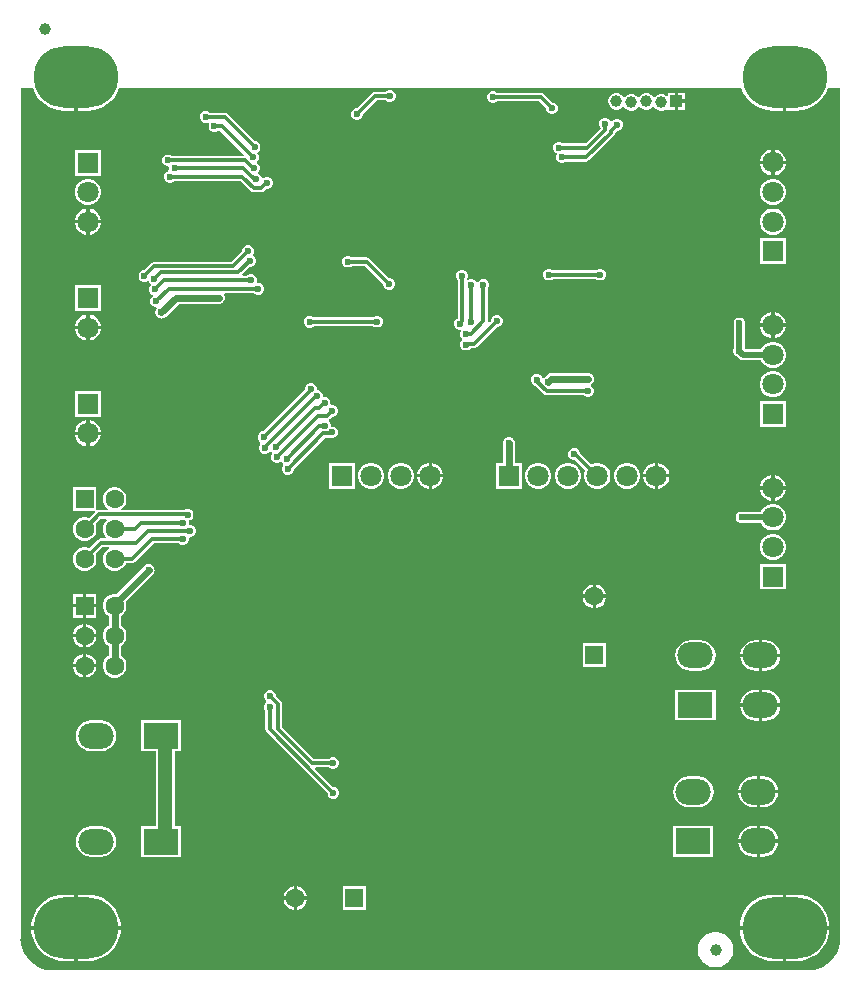
<source format=gbl>
G04*
G04 #@! TF.GenerationSoftware,Altium Limited,Altium Designer,21.8.1 (53)*
G04*
G04 Layer_Physical_Order=2*
G04 Layer_Color=16711680*
%FSLAX44Y44*%
%MOMM*%
G71*
G04*
G04 #@! TF.SameCoordinates,D16A5DDD-09C7-43D5-B036-B9B5DCE20735*
G04*
G04*
G04 #@! TF.FilePolarity,Positive*
G04*
G01*
G75*
%ADD14C,0.3000*%
%ADD51R,1.0000X1.0000*%
%ADD64C,0.6000*%
%ADD66C,1.2000*%
%ADD68C,0.5000*%
%ADD69O,3.0000X2.2000*%
%ADD70R,3.0000X2.2000*%
%ADD71C,1.0000*%
%ADD72O,7.2000X5.2000*%
%ADD73C,1.6000*%
%ADD74R,1.6000X1.6000*%
%ADD75C,1.8000*%
%ADD76R,1.8000X1.8000*%
%ADD77R,1.8000X1.8000*%
%ADD78R,1.6000X1.6000*%
%ADD79C,0.6000*%
G36*
X301500Y101913D02*
X310000D01*
X314394Y102259D01*
X318679Y103288D01*
X322751Y104975D01*
X326509Y107277D01*
X329860Y110140D01*
X332723Y113491D01*
X335025Y117249D01*
X336579Y121000D01*
X346941D01*
Y-599000D01*
X346952Y-599054D01*
X346624Y-603217D01*
X345637Y-607330D01*
X344018Y-611238D01*
X341808Y-614844D01*
X339061Y-618061D01*
X335844Y-620808D01*
X332238Y-623018D01*
X328330Y-624637D01*
X324217Y-625624D01*
X321244Y-625858D01*
X320000Y-625941D01*
X320000Y-625941D01*
X318746Y-625941D01*
X-320000D01*
X-320054Y-625952D01*
X-324217Y-625624D01*
X-328330Y-624637D01*
X-332238Y-623018D01*
X-335844Y-620808D01*
X-339061Y-618061D01*
X-341808Y-614844D01*
X-344018Y-611238D01*
X-345637Y-607330D01*
X-346624Y-603217D01*
X-346952Y-599054D01*
X-346941Y-599000D01*
Y121000D01*
X-336579D01*
X-335025Y117249D01*
X-332723Y113491D01*
X-329860Y110140D01*
X-326509Y107277D01*
X-322751Y104975D01*
X-318679Y103288D01*
X-314394Y102259D01*
X-310000Y101913D01*
X-301500D01*
Y130000D01*
X-298500D01*
Y101913D01*
X-290000D01*
X-285606Y102259D01*
X-281321Y103288D01*
X-277249Y104975D01*
X-273491Y107277D01*
X-270140Y110140D01*
X-267278Y113491D01*
X-264975Y117249D01*
X-263421Y121000D01*
X263421Y121000D01*
X264975Y117249D01*
X267278Y113491D01*
X270140Y110140D01*
X273491Y107277D01*
X277249Y104975D01*
X281321Y103288D01*
X285606Y102259D01*
X290000Y101913D01*
X298500D01*
Y130000D01*
X301500D01*
Y101913D01*
D02*
G37*
%LPC*%
G36*
X206899Y116850D02*
X201399D01*
Y114846D01*
X200129Y114320D01*
X199997Y114452D01*
X198401Y115373D01*
X196621Y115850D01*
X194778D01*
X192997Y115373D01*
X191401Y114452D01*
X190444Y113495D01*
X189210Y113500D01*
X188905Y113622D01*
X188601Y114148D01*
X187297Y115452D01*
X185701Y116373D01*
X183921Y116850D01*
X182078D01*
X180297Y116373D01*
X178701Y115452D01*
X177398Y114148D01*
X177094Y113622D01*
X176788Y113500D01*
X175554Y113495D01*
X174597Y114452D01*
X173001Y115373D01*
X171221Y115850D01*
X169378D01*
X167597Y115373D01*
X166001Y114452D01*
X165044Y113495D01*
X163810Y113500D01*
X163505Y113622D01*
X163201Y114148D01*
X161897Y115452D01*
X160301Y116373D01*
X158521Y116850D01*
X156678D01*
X154897Y116373D01*
X153301Y115452D01*
X151998Y114148D01*
X151076Y112552D01*
X150599Y110772D01*
Y108929D01*
X151076Y107148D01*
X151998Y105552D01*
X153301Y104249D01*
X154897Y103327D01*
X156678Y102850D01*
X158521D01*
X160301Y103327D01*
X161897Y104249D01*
X162854Y105206D01*
X164088Y105200D01*
X164394Y105079D01*
X164698Y104552D01*
X166001Y103249D01*
X167597Y102327D01*
X169378Y101850D01*
X171221D01*
X173001Y102327D01*
X174597Y103249D01*
X175901Y104552D01*
X176205Y105079D01*
X176510Y105200D01*
X177744Y105206D01*
X178701Y104249D01*
X180297Y103327D01*
X182078Y102850D01*
X183921D01*
X185701Y103327D01*
X187297Y104249D01*
X188254Y105206D01*
X189488Y105200D01*
X189794Y105079D01*
X190098Y104552D01*
X191401Y103249D01*
X192997Y102327D01*
X194778Y101850D01*
X196621D01*
X198401Y102327D01*
X199997Y103249D01*
X200129Y103381D01*
X201399Y102855D01*
Y102850D01*
X206899D01*
Y109850D01*
Y116850D01*
D02*
G37*
G36*
X215399D02*
X209899D01*
Y111350D01*
X215399D01*
Y116850D01*
D02*
G37*
G36*
X-33256Y119100D02*
X-35245D01*
X-37083Y118339D01*
X-37753Y117669D01*
X-46751D01*
X-48116Y117397D01*
X-49274Y116624D01*
X-62048Y103850D01*
X-62995D01*
X-64833Y103089D01*
X-66240Y101683D01*
X-67001Y99845D01*
Y97856D01*
X-66240Y96018D01*
X-64833Y94611D01*
X-62995Y93850D01*
X-61006D01*
X-59169Y94611D01*
X-57762Y96018D01*
X-57001Y97856D01*
Y98804D01*
X-45273Y110532D01*
X-37753D01*
X-37083Y109861D01*
X-35245Y109100D01*
X-33256D01*
X-31418Y109861D01*
X-30012Y111268D01*
X-29251Y113106D01*
Y115095D01*
X-30012Y116932D01*
X-31418Y118339D01*
X-33256Y119100D01*
D02*
G37*
G36*
X215399Y108350D02*
X209899D01*
Y102850D01*
X215399D01*
Y108350D01*
D02*
G37*
G36*
X53994Y118350D02*
X52005D01*
X50167Y117589D01*
X48760Y116182D01*
X47999Y114345D01*
Y112356D01*
X48760Y110518D01*
X50167Y109111D01*
X52005Y108350D01*
X53994D01*
X55831Y109111D01*
X56502Y109782D01*
X87327D01*
X87328Y109782D01*
X91963D01*
X98029Y103716D01*
Y102768D01*
X98791Y100930D01*
X100197Y99524D01*
X102035Y98762D01*
X104024D01*
X105862Y99524D01*
X107268Y100930D01*
X108029Y102768D01*
Y104757D01*
X107268Y106595D01*
X105862Y108001D01*
X104024Y108762D01*
X103076D01*
X95965Y115874D01*
X94807Y116647D01*
X93442Y116919D01*
X87328D01*
X87328Y116919D01*
X56502D01*
X55831Y117589D01*
X53994Y118350D01*
D02*
G37*
G36*
X148744Y95850D02*
X146755D01*
X144917Y95089D01*
X143510Y93682D01*
X142749Y91845D01*
Y89856D01*
X143510Y88018D01*
X144181Y87348D01*
Y86899D01*
X131450Y74169D01*
X112752D01*
X112081Y74839D01*
X110244Y75600D01*
X108255D01*
X106417Y74839D01*
X105010Y73432D01*
X104249Y71595D01*
Y69606D01*
X105010Y67768D01*
X106417Y66361D01*
X107077Y66088D01*
X107260Y65164D01*
X106499Y63326D01*
Y61337D01*
X107260Y59499D01*
X108667Y58093D01*
X110505Y57331D01*
X112494D01*
X114332Y58093D01*
X115002Y58763D01*
X131730D01*
X133096Y59035D01*
X134254Y59808D01*
X155273Y80827D01*
X156046Y81985D01*
X156300Y83261D01*
X158128Y85089D01*
X159076D01*
X160914Y85850D01*
X162320Y87257D01*
X163081Y89094D01*
Y91084D01*
X162320Y92921D01*
X160914Y94328D01*
X159076Y95089D01*
X157087D01*
X155249Y94328D01*
X153843Y92921D01*
X153760Y92722D01*
X152386D01*
X151988Y93682D01*
X150582Y95089D01*
X148744Y95850D01*
D02*
G37*
G36*
X-189256Y101750D02*
X-191245D01*
X-193083Y100989D01*
X-194490Y99583D01*
X-195251Y97745D01*
Y95756D01*
X-194490Y93918D01*
X-193083Y92511D01*
X-191245Y91750D01*
X-189256D01*
X-188271Y92158D01*
X-187299Y91186D01*
X-187751Y90095D01*
Y88106D01*
X-186990Y86268D01*
X-185583Y84861D01*
X-183745Y84100D01*
X-181756D01*
X-179918Y84861D01*
X-179822Y84958D01*
X-177963D01*
X-157593Y64589D01*
X-158120Y63319D01*
X-218649D01*
X-219319Y63989D01*
X-221157Y64750D01*
X-223146D01*
X-224984Y63989D01*
X-226390Y62582D01*
X-227151Y60745D01*
Y58755D01*
X-226390Y56918D01*
X-224984Y55511D01*
X-223146Y54750D01*
X-222415D01*
X-221250Y54244D01*
Y52255D01*
X-221216Y52173D01*
X-222015Y50784D01*
X-223332Y50239D01*
X-224739Y48832D01*
X-225500Y46995D01*
Y45005D01*
X-224739Y43168D01*
X-223332Y41761D01*
X-221495Y41000D01*
X-219505D01*
X-217668Y41761D01*
X-216998Y42431D01*
X-160504D01*
X-152149Y34077D01*
X-150991Y33303D01*
X-149626Y33032D01*
X-143313D01*
X-141947Y33303D01*
X-140789Y34077D01*
X-139016Y35850D01*
X-137256D01*
X-135419Y36611D01*
X-134012Y38018D01*
X-133251Y39856D01*
Y41845D01*
X-134012Y43682D01*
X-135419Y45089D01*
X-137256Y45850D01*
X-139245D01*
X-141083Y45089D01*
X-141350Y44822D01*
X-141589Y44809D01*
X-142774Y45194D01*
X-143353Y46591D01*
X-144760Y47998D01*
X-145627Y48357D01*
X-145925Y49855D01*
X-145166Y50614D01*
X-144405Y52452D01*
Y54441D01*
X-145166Y56279D01*
X-146379Y57492D01*
X-146572Y57685D01*
X-146500Y59030D01*
X-146041Y59489D01*
X-145280Y61327D01*
Y63316D01*
X-146041Y65154D01*
X-146404Y65517D01*
X-146157Y66763D01*
X-145919Y66861D01*
X-144512Y68268D01*
X-143751Y70106D01*
Y72095D01*
X-144512Y73932D01*
X-145919Y75339D01*
X-147756Y76100D01*
X-148704D01*
X-171478Y98874D01*
X-172635Y99647D01*
X-174001Y99919D01*
X-186348D01*
X-187418Y100989D01*
X-189256Y101750D01*
D02*
G37*
G36*
X291500Y68986D02*
Y59500D01*
X300986D01*
X300250Y62246D01*
X298802Y64754D01*
X296754Y66802D01*
X294246Y68250D01*
X291500Y68986D01*
D02*
G37*
G36*
X288500Y68986D02*
X285754Y68250D01*
X283246Y66802D01*
X281198Y64754D01*
X279750Y62246D01*
X279014Y59500D01*
X288500D01*
Y68986D01*
D02*
G37*
G36*
Y56500D02*
X279014D01*
X279750Y53754D01*
X281198Y51246D01*
X283246Y49198D01*
X285754Y47750D01*
X288500Y47014D01*
Y56500D01*
D02*
G37*
G36*
X300986D02*
X291500D01*
Y47014D01*
X294246Y47750D01*
X296754Y49198D01*
X298802Y51246D01*
X300250Y53754D01*
X300986Y56500D01*
D02*
G37*
G36*
X-279000Y68975D02*
X-301000D01*
Y46975D01*
X-279000D01*
Y68975D01*
D02*
G37*
G36*
X291448Y44000D02*
X288552D01*
X285754Y43250D01*
X283246Y41802D01*
X281198Y39754D01*
X279750Y37246D01*
X279000Y34448D01*
Y31552D01*
X279750Y28754D01*
X281198Y26246D01*
X283246Y24198D01*
X285754Y22750D01*
X288552Y22000D01*
X291448D01*
X294246Y22750D01*
X296754Y24198D01*
X298802Y26246D01*
X300250Y28754D01*
X301000Y31552D01*
Y34448D01*
X300250Y37246D01*
X298802Y39754D01*
X296754Y41802D01*
X294246Y43250D01*
X291448Y44000D01*
D02*
G37*
G36*
X-288552Y43975D02*
X-291448D01*
X-294246Y43225D01*
X-296754Y41777D01*
X-298802Y39729D01*
X-300250Y37221D01*
X-301000Y34423D01*
Y31527D01*
X-300250Y28729D01*
X-298802Y26221D01*
X-296754Y24173D01*
X-294246Y22725D01*
X-291448Y21975D01*
X-288552D01*
X-285754Y22725D01*
X-283246Y24173D01*
X-281198Y26221D01*
X-279750Y28729D01*
X-279000Y31527D01*
Y34423D01*
X-279750Y37221D01*
X-281198Y39729D01*
X-283246Y41777D01*
X-285754Y43225D01*
X-288552Y43975D01*
D02*
G37*
G36*
X-288500Y18961D02*
Y9475D01*
X-279014D01*
X-279750Y12221D01*
X-281198Y14729D01*
X-283246Y16777D01*
X-285754Y18226D01*
X-288500Y18961D01*
D02*
G37*
G36*
X-291500Y18961D02*
X-294246Y18226D01*
X-296754Y16777D01*
X-298802Y14729D01*
X-300250Y12221D01*
X-300986Y9475D01*
X-291500D01*
Y18961D01*
D02*
G37*
G36*
X291448Y19000D02*
X288552D01*
X285754Y18250D01*
X283246Y16802D01*
X281198Y14754D01*
X279750Y12246D01*
X279000Y9448D01*
Y6552D01*
X279750Y3754D01*
X281198Y1246D01*
X283246Y-802D01*
X285754Y-2250D01*
X288552Y-3000D01*
X291448D01*
X294246Y-2250D01*
X296754Y-802D01*
X298802Y1246D01*
X300250Y3754D01*
X301000Y6552D01*
Y9448D01*
X300250Y12246D01*
X298802Y14754D01*
X296754Y16802D01*
X294246Y18250D01*
X291448Y19000D01*
D02*
G37*
G36*
X-279014Y6475D02*
X-288500D01*
Y-3011D01*
X-285754Y-2275D01*
X-283246Y-827D01*
X-281198Y1221D01*
X-279750Y3729D01*
X-279014Y6475D01*
D02*
G37*
G36*
X-291500D02*
X-300986D01*
X-300250Y3729D01*
X-298802Y1221D01*
X-296754Y-827D01*
X-294246Y-2275D01*
X-291500Y-3011D01*
Y6475D01*
D02*
G37*
G36*
X301000Y-6000D02*
X279000D01*
Y-28000D01*
X301000D01*
Y-6000D01*
D02*
G37*
G36*
X144494Y-31900D02*
X142505D01*
X140667Y-32661D01*
X139997Y-33331D01*
X103752D01*
X103082Y-32661D01*
X101244Y-31900D01*
X99255D01*
X97417Y-32661D01*
X96010Y-34067D01*
X95249Y-35905D01*
Y-37894D01*
X96010Y-39732D01*
X97417Y-41139D01*
X99255Y-41900D01*
X101244D01*
X103082Y-41139D01*
X103752Y-40468D01*
X139997D01*
X140667Y-41139D01*
X142505Y-41900D01*
X144494D01*
X146332Y-41139D01*
X147738Y-39732D01*
X148499Y-37894D01*
Y-35905D01*
X147738Y-34067D01*
X146332Y-32661D01*
X144494Y-31900D01*
D02*
G37*
G36*
X-68506Y-20900D02*
X-70495D01*
X-72333Y-21661D01*
X-73740Y-23068D01*
X-74501Y-24905D01*
Y-26894D01*
X-73740Y-28732D01*
X-72333Y-30139D01*
X-70495Y-30900D01*
X-68506D01*
X-66669Y-30139D01*
X-65998Y-29468D01*
X-55229D01*
X-39751Y-44946D01*
Y-45644D01*
X-38990Y-47482D01*
X-37583Y-48889D01*
X-35745Y-49650D01*
X-33756D01*
X-31918Y-48889D01*
X-30512Y-47482D01*
X-29751Y-45644D01*
Y-43655D01*
X-30512Y-41817D01*
X-31918Y-40411D01*
X-33756Y-39650D01*
X-34954D01*
X-51227Y-23376D01*
X-52385Y-22603D01*
X-53751Y-22331D01*
X-65998D01*
X-66669Y-21661D01*
X-68506Y-20900D01*
D02*
G37*
G36*
X-153320Y-12266D02*
X-155309D01*
X-157146Y-13028D01*
X-158553Y-14434D01*
X-159314Y-16272D01*
Y-17220D01*
X-168526Y-26431D01*
X-234000D01*
X-235366Y-26703D01*
X-236523Y-27477D01*
X-242047Y-33000D01*
X-242995D01*
X-244832Y-33761D01*
X-246239Y-35168D01*
X-247000Y-37005D01*
Y-38995D01*
X-246239Y-40832D01*
X-244832Y-42239D01*
X-242995Y-43000D01*
X-241005D01*
X-239168Y-42239D01*
X-238377Y-42396D01*
X-237989Y-43332D01*
X-236901Y-44420D01*
X-236584Y-44746D01*
X-236831Y-46010D01*
X-237489Y-46668D01*
X-238250Y-48505D01*
Y-50495D01*
X-237489Y-52332D01*
X-236082Y-53739D01*
X-235279Y-54072D01*
X-235139Y-54444D01*
X-235094Y-55523D01*
X-236239Y-56668D01*
X-237000Y-58505D01*
Y-60495D01*
X-236239Y-62332D01*
X-234832Y-63739D01*
X-232995Y-64500D01*
X-232254D01*
X-232041Y-64711D01*
X-231640Y-65819D01*
X-231989Y-66168D01*
X-232181Y-66632D01*
X-232460Y-67049D01*
X-232558Y-67542D01*
X-232750Y-68005D01*
Y-68507D01*
X-232848Y-69000D01*
X-232750Y-69493D01*
Y-69995D01*
X-232558Y-70458D01*
X-232460Y-70951D01*
X-232181Y-71368D01*
X-231989Y-71832D01*
X-231634Y-72187D01*
X-231355Y-72605D01*
X-230937Y-72884D01*
X-230582Y-73239D01*
X-230118Y-73431D01*
X-229701Y-73710D01*
X-229208Y-73808D01*
X-228745Y-74000D01*
X-228242D01*
X-227750Y-74098D01*
X-227257Y-74000D01*
X-226755D01*
X-226292Y-73808D01*
X-225799Y-73710D01*
X-225382Y-73431D01*
X-224918Y-73239D01*
X-224563Y-72884D01*
X-224145Y-72605D01*
X-213138Y-61598D01*
X-179000D01*
X-178508Y-61500D01*
X-178006D01*
X-177542Y-61308D01*
X-177049Y-61210D01*
X-176632Y-60931D01*
X-176168Y-60739D01*
X-175813Y-60384D01*
X-175395Y-60105D01*
X-175117Y-59687D01*
X-174761Y-59332D01*
X-174569Y-58868D01*
X-174290Y-58451D01*
X-174192Y-57958D01*
X-174000Y-57494D01*
Y-56992D01*
X-173902Y-56500D01*
X-174000Y-56007D01*
Y-55505D01*
X-174192Y-55041D01*
X-174290Y-54549D01*
X-174569Y-54131D01*
X-174695Y-53828D01*
X-174431Y-53133D01*
X-174075Y-52558D01*
X-148998D01*
X-148328Y-53228D01*
X-146490Y-53989D01*
X-144501D01*
X-142664Y-53228D01*
X-141257Y-51821D01*
X-140496Y-49984D01*
Y-47994D01*
X-141257Y-46157D01*
X-142664Y-44750D01*
X-144501Y-43989D01*
X-146280D01*
X-146875Y-43413D01*
X-147209Y-42912D01*
X-146996Y-42397D01*
Y-40408D01*
X-147757Y-38571D01*
X-149164Y-37164D01*
X-151001Y-36403D01*
X-152991D01*
X-154828Y-37164D01*
X-155498Y-37834D01*
X-158556D01*
X-159082Y-36564D01*
X-152767Y-30250D01*
X-151819D01*
X-149982Y-29489D01*
X-148575Y-28082D01*
X-147814Y-26244D01*
Y-24255D01*
X-148575Y-22418D01*
X-149982Y-21011D01*
X-150149Y-20172D01*
X-150075Y-20099D01*
X-149314Y-18261D01*
Y-16272D01*
X-150075Y-14434D01*
X-151482Y-13028D01*
X-153320Y-12266D01*
D02*
G37*
G36*
X-279000Y-45712D02*
X-301000D01*
Y-67712D01*
X-279000D01*
Y-45712D01*
D02*
G37*
G36*
X-44256Y-71650D02*
X-46245D01*
X-48083Y-72411D01*
X-48878Y-73206D01*
X-98623D01*
X-99293Y-72536D01*
X-101131Y-71775D01*
X-103120D01*
X-104958Y-72536D01*
X-106365Y-73942D01*
X-107126Y-75780D01*
Y-77769D01*
X-106365Y-79607D01*
X-104958Y-81014D01*
X-103120Y-81775D01*
X-101131D01*
X-99293Y-81014D01*
X-98623Y-80343D01*
X-48628D01*
X-48083Y-80889D01*
X-46245Y-81650D01*
X-44256D01*
X-42418Y-80889D01*
X-41012Y-79482D01*
X-40251Y-77644D01*
Y-75655D01*
X-41012Y-73818D01*
X-42418Y-72411D01*
X-44256Y-71650D01*
D02*
G37*
G36*
X291500Y-68776D02*
Y-78262D01*
X300986D01*
X300250Y-75517D01*
X298802Y-73008D01*
X296754Y-70960D01*
X294246Y-69512D01*
X291500Y-68776D01*
D02*
G37*
G36*
X288500D02*
X285754Y-69512D01*
X283246Y-70960D01*
X281198Y-73008D01*
X279750Y-75517D01*
X279014Y-78262D01*
X288500D01*
Y-68776D01*
D02*
G37*
G36*
X-288500Y-70726D02*
Y-80212D01*
X-279014D01*
X-279750Y-77467D01*
X-281198Y-74958D01*
X-283246Y-72910D01*
X-285754Y-71462D01*
X-288500Y-70726D01*
D02*
G37*
G36*
X-291500Y-70726D02*
X-294246Y-71462D01*
X-296754Y-72910D01*
X-298802Y-74958D01*
X-300250Y-77467D01*
X-300986Y-80212D01*
X-291500D01*
Y-70726D01*
D02*
G37*
G36*
X300986Y-81262D02*
X291500D01*
Y-90749D01*
X294246Y-90013D01*
X296754Y-88565D01*
X298802Y-86517D01*
X300250Y-84008D01*
X300986Y-81262D01*
D02*
G37*
G36*
X288500D02*
X279014D01*
X279750Y-84008D01*
X281198Y-86517D01*
X283246Y-88565D01*
X285754Y-90013D01*
X288500Y-90749D01*
Y-81262D01*
D02*
G37*
G36*
X-291500Y-83212D02*
X-300986D01*
X-300250Y-85958D01*
X-298802Y-88466D01*
X-296754Y-90514D01*
X-294246Y-91963D01*
X-291500Y-92698D01*
Y-83212D01*
D02*
G37*
G36*
X-279014D02*
X-288500D01*
Y-92698D01*
X-285754Y-91963D01*
X-283246Y-90514D01*
X-281198Y-88466D01*
X-279750Y-85958D01*
X-279014Y-83212D01*
D02*
G37*
G36*
X27994Y-32900D02*
X26005D01*
X24167Y-33661D01*
X22760Y-35068D01*
X21999Y-36905D01*
Y-38894D01*
X22760Y-40732D01*
X23431Y-41402D01*
Y-73845D01*
X22667Y-74161D01*
X21260Y-75567D01*
X20499Y-77405D01*
Y-79394D01*
X21260Y-81232D01*
X22667Y-82639D01*
X24505Y-83400D01*
X25632D01*
X26031Y-84141D01*
X26218Y-84670D01*
X25499Y-86405D01*
Y-88394D01*
X26260Y-90232D01*
X26741Y-90713D01*
X27167Y-91911D01*
X26723Y-92354D01*
X25760Y-93317D01*
X24999Y-95155D01*
Y-97144D01*
X25760Y-98982D01*
X27167Y-100389D01*
X29005Y-101150D01*
X30994D01*
X32831Y-100389D01*
X34076Y-99144D01*
X36873D01*
X38239Y-98873D01*
X39397Y-98099D01*
X56296Y-81200D01*
X57244D01*
X59082Y-80439D01*
X60488Y-79032D01*
X61249Y-77194D01*
Y-75205D01*
X60488Y-73368D01*
X59082Y-71961D01*
X57244Y-71200D01*
X55255D01*
X53417Y-71961D01*
X52010Y-73368D01*
X51249Y-75205D01*
Y-76153D01*
X49931Y-77471D01*
X49594Y-77441D01*
X48568Y-76092D01*
Y-49302D01*
X49238Y-48632D01*
X49999Y-46794D01*
Y-44805D01*
X49238Y-42968D01*
X47832Y-41561D01*
X45994Y-40800D01*
X44005D01*
X42167Y-41561D01*
X40760Y-42968D01*
X40561Y-43448D01*
X39187D01*
X38988Y-42968D01*
X37582Y-41561D01*
X35744Y-40800D01*
X33755D01*
X32216Y-41437D01*
X32076Y-41336D01*
X31345Y-40473D01*
X31999Y-38894D01*
Y-36905D01*
X31238Y-35068D01*
X29832Y-33661D01*
X27994Y-32900D01*
D02*
G37*
G36*
X262745Y-73250D02*
X260755D01*
X258918Y-74011D01*
X257511Y-75418D01*
X256750Y-77255D01*
Y-79245D01*
X257037Y-79937D01*
Y-99209D01*
X256500Y-100505D01*
Y-102495D01*
X257261Y-104332D01*
X258668Y-105739D01*
X260124Y-106342D01*
X261789Y-108007D01*
X263277Y-109001D01*
X265033Y-109351D01*
X279947D01*
X281198Y-111517D01*
X283246Y-113565D01*
X285754Y-115013D01*
X288552Y-115762D01*
X291448D01*
X294246Y-115013D01*
X296754Y-113565D01*
X298802Y-111517D01*
X300250Y-109008D01*
X301000Y-106211D01*
Y-103314D01*
X300250Y-100517D01*
X298802Y-98008D01*
X296754Y-95960D01*
X294246Y-94512D01*
X291448Y-93762D01*
X288552D01*
X285754Y-94512D01*
X283246Y-95960D01*
X281198Y-98008D01*
X279947Y-100174D01*
X266933D01*
X266213Y-99454D01*
Y-80541D01*
X266750Y-79245D01*
Y-77255D01*
X265989Y-75418D01*
X264582Y-74011D01*
X262745Y-73250D01*
D02*
G37*
G36*
X133500Y-120152D02*
X102494D01*
X100543Y-120540D01*
X98889Y-121645D01*
X96394Y-124140D01*
X96160Y-124490D01*
X95943Y-124531D01*
X94797Y-124356D01*
X94709Y-124304D01*
X94238Y-123167D01*
X92831Y-121761D01*
X90994Y-121000D01*
X89005D01*
X87167Y-121761D01*
X85760Y-123167D01*
X84999Y-125005D01*
Y-126994D01*
X85760Y-128832D01*
X87167Y-130239D01*
X89005Y-131000D01*
X89015D01*
X95939Y-137923D01*
X97096Y-138697D01*
X98462Y-138968D01*
X129997D01*
X130667Y-139639D01*
X132505Y-140400D01*
X134494D01*
X136332Y-139639D01*
X137738Y-138232D01*
X138499Y-136394D01*
Y-134405D01*
X137738Y-132568D01*
X136332Y-131161D01*
X136038Y-131039D01*
X135894Y-129888D01*
X135973Y-129638D01*
X136332Y-129489D01*
X136687Y-129134D01*
X137105Y-128855D01*
X137384Y-128437D01*
X137739Y-128082D01*
X137931Y-127618D01*
X138210Y-127201D01*
X138308Y-126708D01*
X138500Y-126245D01*
Y-125743D01*
X138598Y-125250D01*
X138500Y-124757D01*
Y-124255D01*
X138308Y-123792D01*
X138210Y-123299D01*
X137931Y-122882D01*
X137739Y-122418D01*
X137384Y-122063D01*
X137105Y-121645D01*
X136687Y-121366D01*
X136332Y-121011D01*
X135868Y-120819D01*
X135451Y-120540D01*
X134958Y-120442D01*
X134495Y-120250D01*
X133993D01*
X133500Y-120152D01*
D02*
G37*
G36*
X291448Y-118762D02*
X288552D01*
X285754Y-119512D01*
X283246Y-120960D01*
X281198Y-123008D01*
X279750Y-125517D01*
X279000Y-128314D01*
Y-131211D01*
X279750Y-134008D01*
X281198Y-136517D01*
X283246Y-138565D01*
X285754Y-140013D01*
X288552Y-140762D01*
X291448D01*
X294246Y-140013D01*
X296754Y-138565D01*
X298802Y-136517D01*
X300250Y-134008D01*
X301000Y-131211D01*
Y-128314D01*
X300250Y-125517D01*
X298802Y-123008D01*
X296754Y-120960D01*
X294246Y-119512D01*
X291448Y-118762D01*
D02*
G37*
G36*
X-279000Y-135400D02*
X-301000D01*
Y-157400D01*
X-279000D01*
Y-135400D01*
D02*
G37*
G36*
X301000Y-143762D02*
X279000D01*
Y-165762D01*
X301000D01*
Y-143762D01*
D02*
G37*
G36*
X-288500Y-160414D02*
Y-169900D01*
X-279014D01*
X-279750Y-167154D01*
X-281198Y-164646D01*
X-283246Y-162598D01*
X-285754Y-161150D01*
X-288500Y-160414D01*
D02*
G37*
G36*
X-291500Y-160414D02*
X-294246Y-161150D01*
X-296754Y-162598D01*
X-298802Y-164646D01*
X-300250Y-167154D01*
X-300986Y-169900D01*
X-291500D01*
Y-160414D01*
D02*
G37*
G36*
X-100256Y-128749D02*
X-102246D01*
X-104083Y-129510D01*
X-105490Y-130917D01*
X-106251Y-132754D01*
Y-134262D01*
X-141672Y-169683D01*
X-142062D01*
X-143900Y-170444D01*
X-145306Y-171850D01*
X-146067Y-173688D01*
Y-175677D01*
X-145306Y-177515D01*
X-143900Y-178921D01*
X-143877Y-180306D01*
X-144489Y-180918D01*
X-145250Y-182755D01*
Y-184745D01*
X-144489Y-186582D01*
X-143082Y-187989D01*
X-141245Y-188750D01*
X-139255D01*
X-137418Y-187989D01*
X-136080Y-186651D01*
X-136009Y-186582D01*
X-134593Y-186478D01*
X-133832Y-187239D01*
X-133599Y-188412D01*
X-134046Y-188860D01*
X-134808Y-190698D01*
Y-192687D01*
X-134046Y-194525D01*
X-132640Y-195931D01*
X-130802Y-196692D01*
X-128813D01*
X-126975Y-195931D01*
X-126528Y-195483D01*
X-125930Y-195602D01*
X-124524Y-197009D01*
X-124294Y-198165D01*
X-124893Y-198764D01*
X-125654Y-200602D01*
Y-202591D01*
X-124893Y-204429D01*
X-123486Y-205835D01*
X-121648Y-206596D01*
X-119659D01*
X-117822Y-205835D01*
X-116415Y-204429D01*
X-115654Y-202591D01*
Y-201643D01*
X-88941Y-174930D01*
X-85815D01*
X-84256Y-175575D01*
X-82267D01*
X-80429Y-174814D01*
X-79023Y-173408D01*
X-78262Y-171570D01*
Y-169581D01*
X-79023Y-167743D01*
X-80429Y-166336D01*
X-82267Y-165575D01*
X-83976D01*
Y-163867D01*
X-84737Y-162029D01*
X-85658Y-161108D01*
X-85623Y-159633D01*
X-85571Y-159535D01*
X-85179Y-159273D01*
X-83155Y-157250D01*
X-82208D01*
X-80370Y-156489D01*
X-78963Y-155082D01*
X-78202Y-153244D01*
Y-151255D01*
X-78963Y-149418D01*
X-80370Y-148011D01*
X-82208Y-147250D01*
X-83335D01*
X-84306Y-146829D01*
X-84500Y-146077D01*
Y-144755D01*
X-85261Y-142918D01*
X-86668Y-141511D01*
X-88505Y-140750D01*
X-89651D01*
X-90521Y-140655D01*
X-90825Y-139577D01*
Y-138633D01*
X-91586Y-136795D01*
X-92992Y-135389D01*
X-94830Y-134627D01*
X-96251D01*
Y-132754D01*
X-97012Y-130917D01*
X-98419Y-129510D01*
X-100256Y-128749D01*
D02*
G37*
G36*
X-279014Y-172900D02*
X-288500D01*
Y-182386D01*
X-285754Y-181650D01*
X-283246Y-180202D01*
X-281198Y-178154D01*
X-279750Y-175646D01*
X-279014Y-172900D01*
D02*
G37*
G36*
X-291500D02*
X-300986D01*
X-300250Y-175646D01*
X-298802Y-178154D01*
X-296754Y-180202D01*
X-294246Y-181650D01*
X-291500Y-182386D01*
Y-172900D01*
D02*
G37*
G36*
X192999Y-196164D02*
Y-205650D01*
X202485D01*
X201749Y-202904D01*
X200301Y-200396D01*
X198253Y-198348D01*
X195745Y-196899D01*
X192999Y-196164D01*
D02*
G37*
G36*
X189999D02*
X187253Y-196899D01*
X184745Y-198348D01*
X182697Y-200396D01*
X181249Y-202904D01*
X180513Y-205650D01*
X189999D01*
Y-196164D01*
D02*
G37*
G36*
X1499D02*
Y-205650D01*
X10985D01*
X10250Y-202904D01*
X8801Y-200396D01*
X6753Y-198348D01*
X4245Y-196899D01*
X1499Y-196164D01*
D02*
G37*
G36*
X-1501D02*
X-4247Y-196899D01*
X-6755Y-198348D01*
X-8803Y-200396D01*
X-10251Y-202904D01*
X-10987Y-205650D01*
X-1501D01*
Y-196164D01*
D02*
G37*
G36*
X291500Y-206539D02*
Y-216025D01*
X300986D01*
X300250Y-213279D01*
X298802Y-210771D01*
X296754Y-208723D01*
X294246Y-207274D01*
X291500Y-206539D01*
D02*
G37*
G36*
X288500Y-206539D02*
X285754Y-207274D01*
X283246Y-208723D01*
X281198Y-210771D01*
X279750Y-213279D01*
X279014Y-216025D01*
X288500D01*
Y-206539D01*
D02*
G37*
G36*
X202485Y-208650D02*
X192999D01*
Y-218136D01*
X195745Y-217400D01*
X198253Y-215952D01*
X200301Y-213904D01*
X201749Y-211396D01*
X202485Y-208650D01*
D02*
G37*
G36*
X189999D02*
X180513D01*
X181249Y-211396D01*
X182697Y-213904D01*
X184745Y-215952D01*
X187253Y-217400D01*
X189999Y-218136D01*
Y-208650D01*
D02*
G37*
G36*
X10985D02*
X1499D01*
Y-218136D01*
X4245Y-217400D01*
X6753Y-215952D01*
X8801Y-213904D01*
X10250Y-211396D01*
X10985Y-208650D01*
D02*
G37*
G36*
X-1501D02*
X-10987D01*
X-10251Y-211396D01*
X-8803Y-213904D01*
X-6755Y-215952D01*
X-4247Y-217400D01*
X-1501Y-218136D01*
Y-208650D01*
D02*
G37*
G36*
X167947Y-196150D02*
X165051D01*
X162253Y-196899D01*
X159745Y-198348D01*
X157697Y-200396D01*
X156249Y-202904D01*
X155499Y-205702D01*
Y-208598D01*
X156249Y-211396D01*
X157697Y-213904D01*
X159745Y-215952D01*
X162253Y-217400D01*
X165051Y-218150D01*
X167947D01*
X170745Y-217400D01*
X173253Y-215952D01*
X175301Y-213904D01*
X176749Y-211396D01*
X177499Y-208598D01*
Y-205702D01*
X176749Y-202904D01*
X175301Y-200396D01*
X173253Y-198348D01*
X170745Y-196899D01*
X167947Y-196150D01*
D02*
G37*
G36*
X122994Y-184150D02*
X121005D01*
X119167Y-184911D01*
X117760Y-186318D01*
X116999Y-188155D01*
Y-190144D01*
X117760Y-191982D01*
X119167Y-193389D01*
X121005Y-194150D01*
X122702D01*
X131325Y-202772D01*
X131249Y-202904D01*
X130499Y-205702D01*
Y-208598D01*
X131249Y-211396D01*
X132697Y-213904D01*
X134745Y-215952D01*
X137253Y-217400D01*
X140051Y-218150D01*
X142947D01*
X145745Y-217400D01*
X148253Y-215952D01*
X150301Y-213904D01*
X151749Y-211396D01*
X152499Y-208598D01*
Y-205702D01*
X151749Y-202904D01*
X150301Y-200396D01*
X148253Y-198348D01*
X145745Y-196899D01*
X142947Y-196150D01*
X140051D01*
X137253Y-196899D01*
X136171Y-197525D01*
X126999Y-188353D01*
Y-188155D01*
X126238Y-186318D01*
X124831Y-184911D01*
X122994Y-184150D01*
D02*
G37*
G36*
X117947Y-196150D02*
X115051D01*
X112253Y-196899D01*
X109745Y-198348D01*
X107697Y-200396D01*
X106249Y-202904D01*
X105499Y-205702D01*
Y-208598D01*
X106249Y-211396D01*
X107697Y-213904D01*
X109745Y-215952D01*
X112253Y-217400D01*
X115051Y-218150D01*
X117947D01*
X120745Y-217400D01*
X123253Y-215952D01*
X125301Y-213904D01*
X126749Y-211396D01*
X127499Y-208598D01*
Y-205702D01*
X126749Y-202904D01*
X125301Y-200396D01*
X123253Y-198348D01*
X120745Y-196899D01*
X117947Y-196150D01*
D02*
G37*
G36*
X92947D02*
X90051D01*
X87253Y-196899D01*
X84745Y-198348D01*
X82697Y-200396D01*
X81249Y-202904D01*
X80499Y-205702D01*
Y-208598D01*
X81249Y-211396D01*
X82697Y-213904D01*
X84745Y-215952D01*
X87253Y-217400D01*
X90051Y-218150D01*
X92947D01*
X95745Y-217400D01*
X98253Y-215952D01*
X100301Y-213904D01*
X101749Y-211396D01*
X102499Y-208598D01*
Y-205702D01*
X101749Y-202904D01*
X100301Y-200396D01*
X98253Y-198348D01*
X95745Y-196899D01*
X92947Y-196150D01*
D02*
G37*
G36*
X66499Y-174302D02*
X66007Y-174400D01*
X65505D01*
X65041Y-174592D01*
X64548Y-174690D01*
X64131Y-174969D01*
X63667Y-175161D01*
X63312Y-175516D01*
X62894Y-175795D01*
X62615Y-176212D01*
X62260Y-176567D01*
X62068Y-177031D01*
X61789Y-177449D01*
X61691Y-177941D01*
X61499Y-178405D01*
Y-178907D01*
X61401Y-179400D01*
Y-196150D01*
X55499D01*
Y-218150D01*
X77499D01*
Y-196150D01*
X71597D01*
Y-179400D01*
X71499Y-178907D01*
Y-178405D01*
X71307Y-177941D01*
X71209Y-177449D01*
X70930Y-177032D01*
X70738Y-176567D01*
X70383Y-176212D01*
X70104Y-175795D01*
X69687Y-175516D01*
X69331Y-175161D01*
X68867Y-174969D01*
X68450Y-174690D01*
X67958Y-174592D01*
X67494Y-174400D01*
X66992D01*
X66499Y-174302D01*
D02*
G37*
G36*
X-23553Y-196150D02*
X-26449D01*
X-29247Y-196899D01*
X-31755Y-198348D01*
X-33803Y-200396D01*
X-35251Y-202904D01*
X-36001Y-205702D01*
Y-208598D01*
X-35251Y-211396D01*
X-33803Y-213904D01*
X-31755Y-215952D01*
X-29247Y-217400D01*
X-26449Y-218150D01*
X-23553D01*
X-20755Y-217400D01*
X-18247Y-215952D01*
X-16199Y-213904D01*
X-14750Y-211396D01*
X-14001Y-208598D01*
Y-205702D01*
X-14750Y-202904D01*
X-16199Y-200396D01*
X-18247Y-198348D01*
X-20755Y-196899D01*
X-23553Y-196150D01*
D02*
G37*
G36*
X-48553D02*
X-51449D01*
X-54247Y-196899D01*
X-56755Y-198348D01*
X-58803Y-200396D01*
X-60251Y-202904D01*
X-61001Y-205702D01*
Y-208598D01*
X-60251Y-211396D01*
X-58803Y-213904D01*
X-56755Y-215952D01*
X-54247Y-217400D01*
X-51449Y-218150D01*
X-48553D01*
X-45755Y-217400D01*
X-43247Y-215952D01*
X-41199Y-213904D01*
X-39750Y-211396D01*
X-39001Y-208598D01*
Y-205702D01*
X-39750Y-202904D01*
X-41199Y-200396D01*
X-43247Y-198348D01*
X-45755Y-196899D01*
X-48553Y-196150D01*
D02*
G37*
G36*
X-64001D02*
X-86001D01*
Y-218150D01*
X-64001D01*
Y-196150D01*
D02*
G37*
G36*
X288500Y-219025D02*
X279014D01*
X279750Y-221771D01*
X281198Y-224279D01*
X283246Y-226327D01*
X285754Y-227775D01*
X288500Y-228511D01*
Y-219025D01*
D02*
G37*
G36*
X300986D02*
X291500D01*
Y-228511D01*
X294246Y-227775D01*
X296754Y-226327D01*
X298802Y-224279D01*
X300250Y-221771D01*
X300986Y-219025D01*
D02*
G37*
G36*
X-265984Y-216900D02*
X-268617D01*
X-271160Y-217581D01*
X-273440Y-218898D01*
X-275302Y-220760D01*
X-276618Y-223040D01*
X-277300Y-225583D01*
Y-228216D01*
X-276618Y-230760D01*
X-275302Y-233040D01*
X-273440Y-234902D01*
X-273164Y-235061D01*
X-273504Y-236331D01*
X-280300D01*
X-281430Y-236556D01*
X-282283Y-236104D01*
X-282700Y-235767D01*
Y-216900D01*
X-302700D01*
Y-236900D01*
X-284143D01*
X-283617Y-238170D01*
X-288579Y-243132D01*
X-288840Y-242981D01*
X-291383Y-242300D01*
X-294016D01*
X-296560Y-242981D01*
X-298840Y-244298D01*
X-300702Y-246160D01*
X-302019Y-248440D01*
X-302700Y-250983D01*
Y-253616D01*
X-302019Y-256160D01*
X-300702Y-258440D01*
X-298840Y-260302D01*
X-296560Y-261618D01*
X-294016Y-262300D01*
X-291383D01*
X-288840Y-261618D01*
X-286560Y-260302D01*
X-284698Y-258440D01*
X-283382Y-256160D01*
X-282700Y-253616D01*
Y-250983D01*
X-283382Y-248440D01*
X-283532Y-248179D01*
X-278822Y-243468D01*
X-274407D01*
X-273881Y-244738D01*
X-275302Y-246160D01*
X-276618Y-248440D01*
X-277300Y-250983D01*
Y-253616D01*
X-276618Y-256160D01*
X-275302Y-258440D01*
X-274684Y-259058D01*
X-275170Y-260231D01*
X-278800D01*
X-280166Y-260503D01*
X-281323Y-261276D01*
X-288579Y-268532D01*
X-288840Y-268381D01*
X-291383Y-267700D01*
X-294016D01*
X-296560Y-268381D01*
X-298840Y-269698D01*
X-300702Y-271560D01*
X-302019Y-273840D01*
X-302700Y-276383D01*
Y-279016D01*
X-302019Y-281560D01*
X-300702Y-283840D01*
X-298840Y-285702D01*
X-296560Y-287018D01*
X-294016Y-287700D01*
X-291383D01*
X-288840Y-287018D01*
X-286560Y-285702D01*
X-284698Y-283840D01*
X-283382Y-281560D01*
X-282700Y-279016D01*
Y-276383D01*
X-283382Y-273840D01*
X-283532Y-273579D01*
X-277322Y-267368D01*
X-271945D01*
X-271605Y-268638D01*
X-273440Y-269698D01*
X-275302Y-271560D01*
X-276618Y-273840D01*
X-277300Y-276383D01*
Y-279016D01*
X-276618Y-281560D01*
X-275302Y-283840D01*
X-273440Y-285702D01*
X-271160Y-287018D01*
X-268617Y-287700D01*
X-265984D01*
X-263440Y-287018D01*
X-261160Y-285702D01*
X-259298Y-283840D01*
X-257981Y-281560D01*
X-257903Y-281268D01*
X-252700D01*
X-251334Y-280997D01*
X-250176Y-280223D01*
X-234022Y-264069D01*
X-213002D01*
X-212332Y-264739D01*
X-210494Y-265500D01*
X-208505D01*
X-206668Y-264739D01*
X-205261Y-263332D01*
X-204500Y-261495D01*
Y-259923D01*
X-204500Y-259505D01*
X-203438Y-258750D01*
X-202755D01*
X-200918Y-257989D01*
X-199511Y-256582D01*
X-198750Y-254745D01*
Y-252755D01*
X-199511Y-250918D01*
X-200918Y-249511D01*
X-202755Y-248750D01*
X-203662D01*
X-204000Y-248244D01*
Y-246255D01*
X-204498Y-245053D01*
X-202668Y-244295D01*
X-201261Y-242889D01*
X-200500Y-241051D01*
Y-239062D01*
X-201261Y-237224D01*
X-202668Y-235818D01*
X-204505Y-235056D01*
X-206495D01*
X-208332Y-235818D01*
X-208846Y-236331D01*
X-261096D01*
X-261436Y-235061D01*
X-261160Y-234902D01*
X-259298Y-233040D01*
X-257981Y-230760D01*
X-257300Y-228216D01*
Y-225583D01*
X-257981Y-223040D01*
X-259298Y-220760D01*
X-261160Y-218898D01*
X-263440Y-217581D01*
X-265984Y-216900D01*
D02*
G37*
G36*
X291448Y-231525D02*
X288552D01*
X285754Y-232274D01*
X283246Y-233723D01*
X281198Y-235771D01*
X279954Y-237924D01*
X265519D01*
X264495Y-237500D01*
X262505D01*
X260668Y-238261D01*
X259261Y-239668D01*
X258500Y-241505D01*
Y-243495D01*
X259261Y-245332D01*
X260668Y-246739D01*
X262505Y-247500D01*
X264495D01*
X265459Y-247101D01*
X279940D01*
X281198Y-249279D01*
X283246Y-251327D01*
X285754Y-252775D01*
X288552Y-253525D01*
X291448D01*
X294246Y-252775D01*
X296754Y-251327D01*
X298802Y-249279D01*
X300250Y-246771D01*
X301000Y-243973D01*
Y-241077D01*
X300250Y-238279D01*
X298802Y-235771D01*
X296754Y-233723D01*
X294246Y-232274D01*
X291448Y-231525D01*
D02*
G37*
G36*
Y-256525D02*
X288552D01*
X285754Y-257274D01*
X283246Y-258723D01*
X281198Y-260771D01*
X279750Y-263279D01*
X279000Y-266077D01*
Y-268973D01*
X279750Y-271771D01*
X281198Y-274279D01*
X283246Y-276327D01*
X285754Y-277775D01*
X288552Y-278525D01*
X291448D01*
X294246Y-277775D01*
X296754Y-276327D01*
X298802Y-274279D01*
X300250Y-271771D01*
X301000Y-268973D01*
Y-266077D01*
X300250Y-263279D01*
X298802Y-260771D01*
X296754Y-258723D01*
X294246Y-257274D01*
X291448Y-256525D01*
D02*
G37*
G36*
X301000Y-281525D02*
X279000D01*
Y-303525D01*
X301000D01*
Y-281525D01*
D02*
G37*
G36*
X-238500Y-281902D02*
X-238992Y-282000D01*
X-239495D01*
X-239958Y-282192D01*
X-240451Y-282290D01*
X-240868Y-282569D01*
X-241332Y-282761D01*
X-241687Y-283116D01*
X-242105Y-283395D01*
X-265964Y-307255D01*
X-265984Y-307250D01*
X-268617D01*
X-271160Y-307931D01*
X-273440Y-309248D01*
X-275302Y-311110D01*
X-276618Y-313390D01*
X-277300Y-315933D01*
Y-318566D01*
X-276618Y-321110D01*
X-275302Y-323390D01*
X-273440Y-325252D01*
X-272398Y-325853D01*
Y-334046D01*
X-273440Y-334648D01*
X-275302Y-336510D01*
X-276618Y-338790D01*
X-277300Y-341333D01*
Y-343966D01*
X-276618Y-346510D01*
X-275302Y-348790D01*
X-273440Y-350652D01*
X-272398Y-351253D01*
Y-359446D01*
X-273440Y-360048D01*
X-275302Y-361910D01*
X-276618Y-364190D01*
X-277300Y-366733D01*
Y-369366D01*
X-276618Y-371909D01*
X-275302Y-374190D01*
X-273440Y-376052D01*
X-271160Y-377368D01*
X-268617Y-378050D01*
X-265984D01*
X-263440Y-377368D01*
X-261160Y-376052D01*
X-259298Y-374190D01*
X-257981Y-371909D01*
X-257300Y-369366D01*
Y-366733D01*
X-257981Y-364190D01*
X-259298Y-361910D01*
X-261160Y-360048D01*
X-262202Y-359446D01*
Y-351253D01*
X-261160Y-350652D01*
X-259298Y-348790D01*
X-257981Y-346510D01*
X-257300Y-343966D01*
Y-341333D01*
X-257981Y-338790D01*
X-259298Y-336510D01*
X-261160Y-334648D01*
X-262202Y-334046D01*
Y-325853D01*
X-261160Y-325252D01*
X-259298Y-323390D01*
X-257981Y-321110D01*
X-257300Y-318566D01*
Y-315933D01*
X-257918Y-313627D01*
X-234895Y-290605D01*
X-234616Y-290187D01*
X-234261Y-289832D01*
X-234069Y-289368D01*
X-233790Y-288951D01*
X-233692Y-288458D01*
X-233500Y-287995D01*
Y-287492D01*
X-233402Y-287000D01*
X-233500Y-286508D01*
Y-286005D01*
X-233692Y-285541D01*
X-233790Y-285049D01*
X-234069Y-284632D01*
X-234261Y-284168D01*
X-234616Y-283813D01*
X-234895Y-283395D01*
X-235313Y-283116D01*
X-235668Y-282761D01*
X-236132Y-282569D01*
X-236549Y-282290D01*
X-237041Y-282192D01*
X-237505Y-282000D01*
X-238008D01*
X-238500Y-281902D01*
D02*
G37*
G36*
X140500Y-299299D02*
Y-307750D01*
X148951D01*
X148319Y-305390D01*
X147002Y-303110D01*
X145140Y-301248D01*
X142860Y-299932D01*
X140500Y-299299D01*
D02*
G37*
G36*
X137500Y-299299D02*
X135140Y-299932D01*
X132860Y-301248D01*
X130998Y-303110D01*
X129682Y-305390D01*
X129049Y-307750D01*
X137500D01*
Y-299299D01*
D02*
G37*
G36*
X-282700Y-307250D02*
X-291200D01*
Y-315750D01*
X-282700D01*
Y-307250D01*
D02*
G37*
G36*
X-294200D02*
X-302700D01*
Y-315750D01*
X-294200D01*
Y-307250D01*
D02*
G37*
G36*
X148951Y-310750D02*
X140500D01*
Y-319201D01*
X142860Y-318568D01*
X145140Y-317252D01*
X147002Y-315390D01*
X148319Y-313110D01*
X148951Y-310750D01*
D02*
G37*
G36*
X137500D02*
X129049D01*
X129682Y-313110D01*
X130998Y-315390D01*
X132860Y-317252D01*
X135140Y-318568D01*
X137500Y-319201D01*
Y-310750D01*
D02*
G37*
G36*
X-282700Y-318750D02*
X-291200D01*
Y-327250D01*
X-282700D01*
Y-318750D01*
D02*
G37*
G36*
X-294200D02*
X-302700D01*
Y-327250D01*
X-294200D01*
Y-318750D01*
D02*
G37*
G36*
X-291200Y-332699D02*
Y-341150D01*
X-282749D01*
X-283382Y-338790D01*
X-284698Y-336510D01*
X-286560Y-334648D01*
X-288840Y-333331D01*
X-291200Y-332699D01*
D02*
G37*
G36*
X-294200Y-332699D02*
X-296560Y-333331D01*
X-298840Y-334648D01*
X-300702Y-336510D01*
X-302019Y-338790D01*
X-302651Y-341150D01*
X-294200D01*
Y-332699D01*
D02*
G37*
G36*
X-282749Y-344150D02*
X-291200D01*
Y-352601D01*
X-288840Y-351968D01*
X-286560Y-350652D01*
X-284698Y-348790D01*
X-283382Y-346510D01*
X-282749Y-344150D01*
D02*
G37*
G36*
X-294200D02*
X-302651D01*
X-302019Y-346510D01*
X-300702Y-348790D01*
X-298840Y-350652D01*
X-296560Y-351968D01*
X-294200Y-352601D01*
Y-344150D01*
D02*
G37*
G36*
X283499Y-346288D02*
X281000D01*
Y-357900D01*
X296414D01*
X296165Y-356006D01*
X294855Y-352844D01*
X292771Y-350128D01*
X290055Y-348044D01*
X286893Y-346734D01*
X283499Y-346288D01*
D02*
G37*
G36*
X277999D02*
X275499D01*
X272106Y-346734D01*
X268943Y-348044D01*
X266227Y-350128D01*
X264144Y-352844D01*
X262834Y-356006D01*
X262584Y-357900D01*
X277999D01*
Y-346288D01*
D02*
G37*
G36*
X-291200Y-358099D02*
Y-366550D01*
X-282749D01*
X-283382Y-364190D01*
X-284698Y-361910D01*
X-286560Y-360048D01*
X-288840Y-358731D01*
X-291200Y-358099D01*
D02*
G37*
G36*
X-294200Y-358099D02*
X-296560Y-358731D01*
X-298840Y-360048D01*
X-300702Y-361910D01*
X-302019Y-364190D01*
X-302651Y-366550D01*
X-294200D01*
Y-358099D01*
D02*
G37*
G36*
X149000Y-349250D02*
X129000D01*
Y-369250D01*
X149000D01*
Y-349250D01*
D02*
G37*
G36*
X296414Y-360900D02*
X281000D01*
Y-372512D01*
X283499D01*
X286893Y-372065D01*
X290055Y-370755D01*
X292771Y-368671D01*
X294855Y-365956D01*
X296165Y-362793D01*
X296414Y-360900D01*
D02*
G37*
G36*
X277999D02*
X262584D01*
X262834Y-362793D01*
X264144Y-365956D01*
X266227Y-368671D01*
X268943Y-370755D01*
X272106Y-372065D01*
X275499Y-372512D01*
X277999D01*
Y-360900D01*
D02*
G37*
G36*
X228499Y-346288D02*
X220499D01*
X217106Y-346734D01*
X213943Y-348044D01*
X211227Y-350128D01*
X209144Y-352844D01*
X207834Y-356006D01*
X207387Y-359400D01*
X207834Y-362793D01*
X209144Y-365956D01*
X211227Y-368671D01*
X213943Y-370755D01*
X217106Y-372065D01*
X220499Y-372512D01*
X228499D01*
X231893Y-372065D01*
X235055Y-370755D01*
X237771Y-368671D01*
X239855Y-365956D01*
X241165Y-362793D01*
X241611Y-359400D01*
X241165Y-356006D01*
X239855Y-352844D01*
X237771Y-350128D01*
X235055Y-348044D01*
X231893Y-346734D01*
X228499Y-346288D01*
D02*
G37*
G36*
X-282749Y-369550D02*
X-291200D01*
Y-378000D01*
X-288840Y-377368D01*
X-286560Y-376052D01*
X-284698Y-374190D01*
X-283382Y-371909D01*
X-282749Y-369550D01*
D02*
G37*
G36*
X-294200D02*
X-302651D01*
X-302019Y-371909D01*
X-300702Y-374190D01*
X-298840Y-376052D01*
X-296560Y-377368D01*
X-294200Y-378000D01*
Y-369550D01*
D02*
G37*
G36*
X283499Y-388288D02*
X280999D01*
Y-399900D01*
X296414D01*
X296165Y-398006D01*
X294855Y-394844D01*
X292771Y-392128D01*
X290055Y-390044D01*
X286893Y-388734D01*
X283499Y-388288D01*
D02*
G37*
G36*
X277999D02*
X275499D01*
X272106Y-388734D01*
X268943Y-390044D01*
X266227Y-392128D01*
X264144Y-394844D01*
X262834Y-398006D01*
X262584Y-399900D01*
X277999D01*
Y-388288D01*
D02*
G37*
G36*
X241499Y-388400D02*
X207499D01*
Y-414400D01*
X241499D01*
Y-388400D01*
D02*
G37*
G36*
X296414Y-402900D02*
X280999D01*
Y-414512D01*
X283499D01*
X286893Y-414065D01*
X290055Y-412755D01*
X292771Y-410672D01*
X294855Y-407956D01*
X296165Y-404794D01*
X296414Y-402900D01*
D02*
G37*
G36*
X277999D02*
X262584D01*
X262834Y-404794D01*
X264144Y-407956D01*
X266227Y-410672D01*
X268943Y-412755D01*
X272106Y-414065D01*
X275499Y-414512D01*
X277999D01*
Y-402900D01*
D02*
G37*
G36*
X-279000Y-414288D02*
X-287000D01*
X-290394Y-414734D01*
X-293556Y-416044D01*
X-296272Y-418128D01*
X-298356Y-420844D01*
X-299665Y-424006D01*
X-300112Y-427400D01*
X-299665Y-430793D01*
X-298356Y-433956D01*
X-296272Y-436671D01*
X-293556Y-438755D01*
X-290394Y-440065D01*
X-287000Y-440512D01*
X-279000D01*
X-275606Y-440065D01*
X-272444Y-438755D01*
X-269728Y-436671D01*
X-267645Y-433956D01*
X-266335Y-430793D01*
X-265888Y-427400D01*
X-266335Y-424006D01*
X-267645Y-420844D01*
X-269728Y-418128D01*
X-272444Y-416044D01*
X-275606Y-414734D01*
X-279000Y-414288D01*
D02*
G37*
G36*
X-134756Y-388650D02*
X-136745D01*
X-138583Y-389411D01*
X-139990Y-390817D01*
X-140751Y-392655D01*
Y-394644D01*
X-139990Y-396482D01*
X-138865Y-397606D01*
X-138922Y-398842D01*
X-139009Y-399087D01*
X-140336Y-400414D01*
X-141097Y-402251D01*
Y-404240D01*
X-140336Y-406078D01*
X-139666Y-406749D01*
Y-421653D01*
X-139394Y-423019D01*
X-138620Y-424176D01*
X-98398Y-464398D01*
X-98398Y-464398D01*
X-87000Y-475797D01*
Y-476745D01*
X-86239Y-478582D01*
X-84832Y-479989D01*
X-82995Y-480750D01*
X-81005D01*
X-79168Y-479989D01*
X-77761Y-478582D01*
X-77000Y-476745D01*
Y-474755D01*
X-77761Y-472918D01*
X-79168Y-471511D01*
X-81005Y-470750D01*
X-81953D01*
X-93352Y-459352D01*
X-93352Y-459352D01*
X-97461Y-455242D01*
X-96975Y-454069D01*
X-85752D01*
X-85082Y-454739D01*
X-83245Y-455500D01*
X-81255D01*
X-79418Y-454739D01*
X-78011Y-453332D01*
X-77250Y-451495D01*
Y-449505D01*
X-78011Y-447668D01*
X-79418Y-446261D01*
X-81255Y-445500D01*
X-83245D01*
X-85082Y-446261D01*
X-85752Y-446931D01*
X-98522D01*
X-125181Y-420272D01*
Y-400651D01*
X-125453Y-399285D01*
X-126227Y-398127D01*
X-130751Y-393603D01*
Y-392655D01*
X-131512Y-390817D01*
X-132919Y-389411D01*
X-134756Y-388650D01*
D02*
G37*
G36*
X281749Y-461538D02*
X279249D01*
Y-473150D01*
X294664D01*
X294415Y-471256D01*
X293105Y-468094D01*
X291021Y-465378D01*
X288305Y-463294D01*
X285143Y-461984D01*
X281749Y-461538D01*
D02*
G37*
G36*
X276249D02*
X273749D01*
X270355Y-461984D01*
X267193Y-463294D01*
X264478Y-465378D01*
X262394Y-468094D01*
X261084Y-471256D01*
X260835Y-473150D01*
X276249D01*
Y-461538D01*
D02*
G37*
G36*
X294664Y-476150D02*
X279249D01*
Y-487762D01*
X281749D01*
X285143Y-487315D01*
X288305Y-486005D01*
X291021Y-483922D01*
X293105Y-481206D01*
X294415Y-478043D01*
X294664Y-476150D01*
D02*
G37*
G36*
X276249D02*
X260835D01*
X261084Y-478043D01*
X262394Y-481206D01*
X264478Y-483922D01*
X267193Y-486005D01*
X270355Y-487315D01*
X273749Y-487762D01*
X276249D01*
Y-476150D01*
D02*
G37*
G36*
X226749Y-461538D02*
X218749D01*
X215356Y-461984D01*
X212193Y-463294D01*
X209478Y-465378D01*
X207394Y-468094D01*
X206084Y-471256D01*
X205637Y-474650D01*
X206084Y-478043D01*
X207394Y-481206D01*
X209478Y-483922D01*
X212193Y-486005D01*
X215356Y-487315D01*
X218749Y-487762D01*
X226749D01*
X230143Y-487315D01*
X233305Y-486005D01*
X236021Y-483922D01*
X238105Y-481206D01*
X239415Y-478043D01*
X239861Y-474650D01*
X239415Y-471256D01*
X238105Y-468094D01*
X236021Y-465378D01*
X233305Y-463294D01*
X230143Y-461984D01*
X226749Y-461538D01*
D02*
G37*
G36*
X281749Y-503538D02*
X279250D01*
Y-515150D01*
X294664D01*
X294415Y-513256D01*
X293105Y-510094D01*
X291021Y-507378D01*
X288305Y-505294D01*
X285143Y-503984D01*
X281749Y-503538D01*
D02*
G37*
G36*
X276250D02*
X273749D01*
X270355Y-503984D01*
X267193Y-505294D01*
X264478Y-507378D01*
X262394Y-510094D01*
X261084Y-513256D01*
X260835Y-515150D01*
X276250D01*
Y-503538D01*
D02*
G37*
G36*
X239749Y-503650D02*
X205749D01*
Y-529650D01*
X239749D01*
Y-503650D01*
D02*
G37*
G36*
X294664Y-518150D02*
X279250D01*
Y-529762D01*
X281749D01*
X285143Y-529315D01*
X288305Y-528005D01*
X291021Y-525922D01*
X293105Y-523206D01*
X294415Y-520043D01*
X294664Y-518150D01*
D02*
G37*
G36*
X276250D02*
X260835D01*
X261084Y-520043D01*
X262394Y-523206D01*
X264478Y-525922D01*
X267193Y-528005D01*
X270355Y-529315D01*
X273749Y-529762D01*
X276250D01*
Y-518150D01*
D02*
G37*
G36*
X-211000Y-414400D02*
X-245000D01*
Y-440400D01*
X-232569D01*
Y-503900D01*
X-245000D01*
Y-529900D01*
X-211000D01*
Y-503900D01*
X-216431D01*
Y-440400D01*
X-211000D01*
Y-414400D01*
D02*
G37*
G36*
X-279000Y-503788D02*
X-287000D01*
X-290394Y-504234D01*
X-293556Y-505544D01*
X-296272Y-507628D01*
X-298356Y-510344D01*
X-299665Y-513506D01*
X-300112Y-516900D01*
X-299665Y-520293D01*
X-298356Y-523456D01*
X-296272Y-526171D01*
X-293556Y-528255D01*
X-290394Y-529565D01*
X-287000Y-530012D01*
X-279000D01*
X-275606Y-529565D01*
X-272444Y-528255D01*
X-269728Y-526171D01*
X-267645Y-523456D01*
X-266335Y-520293D01*
X-265888Y-516900D01*
X-266335Y-513506D01*
X-267645Y-510344D01*
X-269728Y-507628D01*
X-272444Y-505544D01*
X-275606Y-504234D01*
X-279000Y-503788D01*
D02*
G37*
G36*
X-112751Y-554949D02*
Y-563400D01*
X-104300D01*
X-104932Y-561040D01*
X-106249Y-558760D01*
X-108111Y-556898D01*
X-110391Y-555581D01*
X-112751Y-554949D01*
D02*
G37*
G36*
X-115751Y-554949D02*
X-118111Y-555581D01*
X-120391Y-556898D01*
X-122253Y-558760D01*
X-123569Y-561040D01*
X-124202Y-563400D01*
X-115751D01*
Y-554949D01*
D02*
G37*
G36*
X-104300Y-566400D02*
X-112751D01*
Y-574851D01*
X-110391Y-574218D01*
X-108111Y-572902D01*
X-106249Y-571040D01*
X-104932Y-568760D01*
X-104300Y-566400D01*
D02*
G37*
G36*
X-115751D02*
X-124202D01*
X-123569Y-568760D01*
X-122253Y-571040D01*
X-120391Y-572902D01*
X-118111Y-574218D01*
X-115751Y-574851D01*
Y-566400D01*
D02*
G37*
G36*
X-54251Y-554900D02*
X-74251D01*
Y-574900D01*
X-54251D01*
Y-554900D01*
D02*
G37*
G36*
X310000Y-561913D02*
X301500D01*
Y-588500D01*
X337968D01*
X337741Y-585606D01*
X336712Y-581321D01*
X335025Y-577249D01*
X332723Y-573491D01*
X329860Y-570140D01*
X326509Y-567277D01*
X322751Y-564975D01*
X318679Y-563288D01*
X314394Y-562259D01*
X310000Y-561913D01*
D02*
G37*
G36*
X-290000D02*
X-298500D01*
Y-588500D01*
X-262031D01*
X-262259Y-585606D01*
X-263288Y-581321D01*
X-264975Y-577249D01*
X-267278Y-573491D01*
X-270140Y-570140D01*
X-273491Y-567277D01*
X-277249Y-564975D01*
X-281321Y-563288D01*
X-285606Y-562259D01*
X-290000Y-561913D01*
D02*
G37*
G36*
X298500D02*
X290000D01*
X285606Y-562259D01*
X281321Y-563288D01*
X277249Y-564975D01*
X273491Y-567277D01*
X270140Y-570140D01*
X267278Y-573491D01*
X264975Y-577249D01*
X263288Y-581321D01*
X262259Y-585606D01*
X262031Y-588500D01*
X298500D01*
Y-561913D01*
D02*
G37*
G36*
X-301500D02*
X-310000D01*
X-314394Y-562259D01*
X-318679Y-563288D01*
X-322751Y-564975D01*
X-326509Y-567277D01*
X-329860Y-570140D01*
X-332723Y-573491D01*
X-335025Y-577249D01*
X-336712Y-581321D01*
X-337741Y-585606D01*
X-337968Y-588500D01*
X-301500D01*
Y-561913D01*
D02*
G37*
G36*
X337969Y-591500D02*
X301500D01*
Y-618087D01*
X310000D01*
X314394Y-617741D01*
X318679Y-616712D01*
X322751Y-615025D01*
X326509Y-612723D01*
X329860Y-609860D01*
X332723Y-606509D01*
X335025Y-602751D01*
X336712Y-598679D01*
X337741Y-594394D01*
X337969Y-591500D01*
D02*
G37*
G36*
X298500D02*
X262031D01*
X262259Y-594394D01*
X263288Y-598679D01*
X264975Y-602751D01*
X267278Y-606509D01*
X270140Y-609860D01*
X273491Y-612723D01*
X277249Y-615025D01*
X281321Y-616712D01*
X285606Y-617741D01*
X290000Y-618087D01*
X298500D01*
Y-591500D01*
D02*
G37*
G36*
X-262031D02*
X-298500D01*
Y-618087D01*
X-290000D01*
X-285606Y-617741D01*
X-281321Y-616712D01*
X-277249Y-615025D01*
X-273491Y-612723D01*
X-270140Y-609860D01*
X-267278Y-606509D01*
X-264975Y-602751D01*
X-263288Y-598679D01*
X-262259Y-594394D01*
X-262031Y-591500D01*
D02*
G37*
G36*
X-301500D02*
X-337969D01*
X-337741Y-594394D01*
X-336712Y-598679D01*
X-335025Y-602751D01*
X-332723Y-606509D01*
X-329860Y-609860D01*
X-326509Y-612723D01*
X-322751Y-615025D01*
X-318679Y-616712D01*
X-314394Y-617741D01*
X-310000Y-618087D01*
X-301500D01*
Y-591500D01*
D02*
G37*
G36*
X242977Y-593500D02*
X240023D01*
X237125Y-594076D01*
X234395Y-595207D01*
X231938Y-596849D01*
X229849Y-598938D01*
X228207Y-601395D01*
X227076Y-604125D01*
X226500Y-607023D01*
Y-609977D01*
X227076Y-612875D01*
X228207Y-615605D01*
X229849Y-618062D01*
X231938Y-620151D01*
X234395Y-621793D01*
X237125Y-622924D01*
X240023Y-623500D01*
X242977D01*
X245875Y-622924D01*
X248605Y-621793D01*
X251062Y-620151D01*
X253151Y-618062D01*
X254793Y-615605D01*
X255924Y-612875D01*
X256500Y-609977D01*
Y-607023D01*
X255924Y-604125D01*
X254793Y-601395D01*
X253151Y-598938D01*
X251062Y-596849D01*
X248605Y-595207D01*
X245875Y-594076D01*
X242977Y-593500D01*
D02*
G37*
%LPD*%
D14*
X-222151Y59750D02*
X-156901D01*
X-152972Y55821D01*
X-152097Y46946D02*
X-151591D01*
X-149626Y36600D02*
X-143313D01*
X-158401Y53250D02*
X-152097Y46946D01*
X-148404Y43759D02*
X-147592D01*
X-220500Y46000D02*
X-159025D01*
X-151591Y46946D02*
X-148404Y43759D01*
X-159025Y46000D02*
X-149626Y36600D01*
X-216250Y53250D02*
X-158401D01*
X-152972Y55821D02*
X-152591D01*
X-150216Y53446D01*
X-149405D01*
X-242000Y-38000D02*
X-234000Y-30000D01*
X-167048D01*
X-154314Y-17266D01*
X-162564Y-35000D02*
X-152814Y-25250D01*
X-228250Y-35000D02*
X-162564D01*
X-233750Y-40500D02*
X-228250Y-35000D01*
X-233250Y-49500D02*
X-225153Y-41403D01*
X-232000Y-59500D02*
X-221489Y-48989D01*
X-225153Y-41403D02*
X-151996D01*
X-221489Y-48989D02*
X-145496D01*
X-45376Y-76775D02*
X-45251Y-76650D01*
X-102126Y-76775D02*
X-45376D01*
X-140250Y-183058D02*
X-98320Y-141127D01*
X-96637Y-139627D02*
X-95825D01*
X-98320Y-141127D02*
X-98137D01*
X-96637Y-139627D01*
X-97750Y-149750D02*
X-94312D01*
X-99474Y-151474D02*
X-97750Y-149750D01*
X-94312D02*
X-90312Y-145750D01*
X-99474Y-151474D02*
X-99474D01*
X-87702Y-156750D02*
X-83202Y-152250D01*
X-94864Y-156750D02*
X-87702D01*
X-129806Y-191692D02*
X-94864Y-156750D01*
X-131000Y-183000D02*
X-99474Y-151474D01*
X-129808Y-191692D02*
X-129806D01*
X-141067Y-174125D02*
X-101251Y-134309D01*
Y-133749D01*
X-84073Y-170575D02*
X-83262D01*
X-84859Y-171361D02*
X-84073Y-170575D01*
X-121691Y-192770D02*
X-94356Y-165435D01*
X-90419Y-171361D02*
X-84859D01*
X-120654Y-201596D02*
X-90419Y-171361D01*
X-89550Y-165435D02*
X-88976Y-164861D01*
X-94356Y-165435D02*
X-89550D01*
X-90312Y-145750D02*
X-89500D01*
X-141067Y-174683D02*
Y-174125D01*
X-205657Y-239900D02*
X-205500Y-240056D01*
X-280300Y-239900D02*
X-205657D01*
X-244729Y-247250D02*
X-209000D01*
X-140250Y-183750D02*
Y-183058D01*
X-252700Y-277700D02*
X-235500Y-260500D01*
X-209500D01*
X-239150Y-253750D02*
X-203750D01*
X-249200Y-263800D02*
X-239150Y-253750D01*
X-249778Y-252300D02*
X-244729Y-247250D01*
X-292700Y-252300D02*
X-280300Y-239900D01*
X131730Y62331D02*
X152749Y83350D01*
X111499Y62331D02*
X131730D01*
X152749Y83350D02*
Y84757D01*
X158082Y90089D01*
X34749Y-77150D02*
Y-45800D01*
X44999Y-76092D02*
Y-45800D01*
X36873Y-95576D02*
X56249Y-76200D01*
X-128750Y-421750D02*
X-100000Y-450500D01*
X-135751Y-393650D02*
X-128750Y-400651D01*
Y-421750D02*
Y-400651D01*
X-100000Y-450500D02*
X-82250D01*
X-136097Y-421653D02*
X-95875Y-461875D01*
X-136097Y-421653D02*
Y-403246D01*
X-95875Y-461875D02*
X-82000Y-475750D01*
X-95875Y-461875D02*
Y-461875D01*
X-267300Y-277700D02*
X-252700D01*
X-278800Y-263800D02*
X-249200D01*
X-267300Y-252300D02*
X-249778D01*
X-292700Y-277700D02*
X-278800Y-263800D01*
X30573Y-95576D02*
X36873D01*
X29999Y-96150D02*
X30573Y-95576D01*
X30499Y-87400D02*
X31073Y-86826D01*
X34266D01*
X44999Y-76092D01*
X25499Y-78400D02*
Y-77588D01*
X26999Y-76088D02*
Y-37900D01*
X25499Y-77588D02*
X26999Y-76088D01*
X98462Y-135400D02*
X133499D01*
X90573Y-127511D02*
X98462Y-135400D01*
X90573Y-127511D02*
Y-126574D01*
X89999Y-126000D02*
X90573Y-126574D01*
X100249Y-36900D02*
X143499D01*
X-35001Y-44650D02*
X-34751D01*
X-53751Y-25900D02*
X-35001Y-44650D01*
X-69501Y-25900D02*
X-53751D01*
X140749Y-207150D02*
X141499D01*
X122749Y-189150D02*
X140749Y-207150D01*
X121999Y-189150D02*
X122749D01*
X-143313Y36600D02*
X-139063Y40850D01*
X-138251D01*
X-189851Y96350D02*
X-174001D01*
X-190251Y96750D02*
X-189851Y96350D01*
X-174001D02*
X-148751Y71100D01*
X-182177Y88526D02*
X-176485D01*
X-182751Y89100D02*
X-182177Y88526D01*
X-176485D02*
X-150280Y62321D01*
X109249Y70600D02*
X132928D01*
X147749Y85421D01*
X93442Y113350D02*
X103029Y103762D01*
X87328Y113350D02*
X93442D01*
X147749Y85421D02*
Y90850D01*
X52999Y113350D02*
X87328D01*
X87328Y113350D01*
X-62001Y98850D02*
X-46751Y114100D01*
X-34251D01*
D51*
X208399Y109850D02*
D03*
D64*
X-227750Y-69000D02*
X-215250Y-56500D01*
X-179000D01*
X-267300Y-315800D02*
X-238500Y-287000D01*
X102494Y-125250D02*
X133500D01*
X99999Y-127745D02*
X102494Y-125250D01*
X-267300Y-317250D02*
Y-315800D01*
Y-342650D02*
Y-317250D01*
Y-368050D02*
Y-342650D01*
X66499Y-207150D02*
Y-179400D01*
D66*
X-224500Y-516900D02*
Y-427400D01*
D68*
X265033Y-104762D02*
X290000D01*
X261771Y-101500D02*
X265033Y-104762D01*
X261500Y-101500D02*
X261771D01*
X261500D02*
X261625Y-101375D01*
Y-78646D01*
X261750Y-78521D01*
X263500Y-242500D02*
X263512Y-242512D01*
X289988D02*
X290000Y-242525D01*
X263512Y-242512D02*
X289988D01*
D69*
X279499Y-401400D02*
D03*
Y-359400D02*
D03*
X224499D02*
D03*
X277749Y-516650D02*
D03*
Y-474650D02*
D03*
X222749D02*
D03*
X-283000Y-427400D02*
D03*
Y-516900D02*
D03*
D70*
X224499Y-401400D02*
D03*
X222749Y-516650D02*
D03*
X-228000Y-427400D02*
D03*
Y-516900D02*
D03*
D71*
X241500Y-608500D02*
D03*
X-326000Y171000D02*
D03*
X182999Y109850D02*
D03*
X170299Y108850D02*
D03*
X195699D02*
D03*
X157599Y109850D02*
D03*
D72*
X-300000Y130000D02*
D03*
Y-590000D02*
D03*
X300000D02*
D03*
Y130000D02*
D03*
D73*
X-267300Y-317250D02*
D03*
Y-342650D02*
D03*
Y-368050D02*
D03*
X-292700Y-342650D02*
D03*
Y-368050D02*
D03*
X-267300Y-226900D02*
D03*
Y-252300D02*
D03*
Y-277700D02*
D03*
X-292700Y-252300D02*
D03*
Y-277700D02*
D03*
X-114251Y-564900D02*
D03*
X139000Y-309250D02*
D03*
D74*
X-292700Y-317250D02*
D03*
Y-226900D02*
D03*
X139000Y-359250D02*
D03*
D75*
X290000Y-267525D02*
D03*
Y-242525D02*
D03*
Y-217525D02*
D03*
X-290000Y32975D02*
D03*
Y7975D02*
D03*
Y-171400D02*
D03*
X290000Y-129762D02*
D03*
Y-104762D02*
D03*
Y-79762D02*
D03*
X-290000Y-81712D02*
D03*
X116499Y-207150D02*
D03*
X91499D02*
D03*
X141499D02*
D03*
X166499D02*
D03*
X191499D02*
D03*
X-25001D02*
D03*
X-50001D02*
D03*
X-1D02*
D03*
X290000Y58000D02*
D03*
Y8000D02*
D03*
Y33000D02*
D03*
D76*
Y-292525D02*
D03*
X-290000Y57975D02*
D03*
Y-146400D02*
D03*
X290000Y-154762D02*
D03*
X-290000Y-56712D02*
D03*
X290000Y-17000D02*
D03*
D77*
X66499Y-207150D02*
D03*
X-75001D02*
D03*
D78*
X-64251Y-564900D02*
D03*
D79*
X-244750Y-21750D02*
D03*
X-86053Y-129560D02*
D03*
X-110750Y-121750D02*
D03*
X-113750Y-243250D02*
D03*
X-106750Y-207750D02*
D03*
X-143000Y-228000D02*
D03*
X-172500Y-188500D02*
D03*
X-182500Y-144000D02*
D03*
X-202250Y-110500D02*
D03*
X-227750Y-7750D02*
D03*
X-154250Y-750D02*
D03*
X-187500Y5250D02*
D03*
X-192000Y33750D02*
D03*
X-199250Y73000D02*
D03*
X-267500Y49500D02*
D03*
X-239000Y69250D02*
D03*
X-239250Y30250D02*
D03*
X-253250Y9750D02*
D03*
X-254000Y-31212D02*
D03*
X-222151Y59750D02*
D03*
X-147592Y43759D02*
D03*
X-216250Y53250D02*
D03*
X-220500Y46000D02*
D03*
X-149405Y53446D02*
D03*
X-242000Y-38000D02*
D03*
X-154314Y-17266D02*
D03*
X-152814Y-25250D02*
D03*
X-233750Y-40500D02*
D03*
X-233250Y-49500D02*
D03*
X-274250Y-61750D02*
D03*
X-226000Y-93000D02*
D03*
X-227750Y-69000D02*
D03*
X-232000Y-59500D02*
D03*
X-179000Y-56500D02*
D03*
X-151996Y-41403D02*
D03*
X-145496Y-48989D02*
D03*
X-102126Y-76775D02*
D03*
X-95825Y-139627D02*
D03*
X-101251Y-133749D02*
D03*
X-83202Y-152250D02*
D03*
X-88976Y-164861D02*
D03*
X-120654Y-201596D02*
D03*
X-121691Y-192770D02*
D03*
X-129808Y-191692D02*
D03*
X-83262Y-170575D02*
D03*
X-89500Y-145750D02*
D03*
X-292000Y-552250D02*
D03*
X-250750Y-583000D02*
D03*
X-189500Y-585750D02*
D03*
X-214750Y-551750D02*
D03*
X-253500Y-517250D02*
D03*
X-191250Y-365250D02*
D03*
X-167000Y-342250D02*
D03*
X-193000Y-343750D02*
D03*
X-236750Y-333750D02*
D03*
X-142000Y-279500D02*
D03*
X-252250Y-420500D02*
D03*
X-223750Y-393000D02*
D03*
X-238500Y-287000D02*
D03*
X131750Y-279750D02*
D03*
X121000Y-330500D02*
D03*
X203250Y-280250D02*
D03*
X-11000Y-280750D02*
D03*
X11750Y-315000D02*
D03*
X63750Y-294000D02*
D03*
X64500Y-335000D02*
D03*
X98250Y-303750D02*
D03*
X167250Y-331750D02*
D03*
X208000Y-310250D02*
D03*
X167000Y-273750D02*
D03*
X105750Y-267250D02*
D03*
X32250Y-270500D02*
D03*
X93472Y-349400D02*
D03*
X-207750Y-199250D02*
D03*
X31250Y-524250D02*
D03*
X60500Y-507750D02*
D03*
X30000Y-585500D02*
D03*
X84500Y-564000D02*
D03*
X83250Y-528500D02*
D03*
X116750Y-547000D02*
D03*
X42250Y-369250D02*
D03*
X137500Y-378750D02*
D03*
X173500Y-400250D02*
D03*
X192000Y-376000D02*
D03*
X164000Y-429000D02*
D03*
X203500Y-436250D02*
D03*
X190750Y-500500D02*
D03*
X186500Y-562750D02*
D03*
X93000Y-590250D02*
D03*
X-9750Y-583500D02*
D03*
X316250Y-540000D02*
D03*
X341750Y-499250D02*
D03*
X310250Y-462500D02*
D03*
X342500Y-429500D02*
D03*
X312750Y-383750D02*
D03*
X326250Y-323250D02*
D03*
X342500Y-357000D02*
D03*
X295000Y-62000D02*
D03*
X284000Y-37750D02*
D03*
X296750Y-176250D02*
D03*
X282250Y-202750D02*
D03*
X326500Y-251000D02*
D03*
X342750Y-289750D02*
D03*
X325750Y-192250D02*
D03*
X342750Y-212250D02*
D03*
X322750Y-137750D02*
D03*
X343250Y-166750D02*
D03*
X326000Y-72750D02*
D03*
X341500Y-104750D02*
D03*
X317000Y19250D02*
D03*
X343250Y-29500D02*
D03*
X340750Y54750D02*
D03*
X212750Y-217750D02*
D03*
X129000Y-216750D02*
D03*
X113250Y-178000D02*
D03*
X102750Y-193250D02*
D03*
X36000Y-216250D02*
D03*
X20500Y-200000D02*
D03*
X-12250Y-217000D02*
D03*
X-37750Y-216500D02*
D03*
X-46750Y-190750D02*
D03*
X-71750D02*
D03*
X31250Y-144750D02*
D03*
X12000Y-120500D02*
D03*
X-22000Y-157750D02*
D03*
X-70250Y-168000D02*
D03*
X9250Y-167000D02*
D03*
X58000Y-167500D02*
D03*
X85500Y-138750D02*
D03*
X56750Y-129000D02*
D03*
X52250Y-99750D02*
D03*
X61750Y-2500D02*
D03*
X42250Y-22250D02*
D03*
X-26750Y38000D02*
D03*
X-26500Y19250D02*
D03*
X-10001Y38100D02*
D03*
X-9250Y18250D02*
D03*
X8250Y18500D02*
D03*
X7500Y37750D02*
D03*
X6750Y55250D02*
D03*
X-11000Y55500D02*
D03*
X-28500Y55000D02*
D03*
X37000Y61750D02*
D03*
X63750Y27500D02*
D03*
X40000Y6250D02*
D03*
X65000Y-31500D02*
D03*
X1750Y-31250D02*
D03*
X19000Y-8750D02*
D03*
X25750Y37250D02*
D03*
X-21750Y-9500D02*
D03*
X-49063Y15307D02*
D03*
X-51250Y48500D02*
D03*
X-32500Y80750D02*
D03*
X8750Y82000D02*
D03*
X49750Y85000D02*
D03*
X179000Y-103000D02*
D03*
X220750Y-139250D02*
D03*
X227500Y-174000D02*
D03*
X184000Y-165500D02*
D03*
X146000Y-163750D02*
D03*
X172000Y-192500D02*
D03*
X205000Y-195000D02*
D03*
X242000Y-234500D02*
D03*
X263750Y-266000D02*
D03*
X247500Y-202750D02*
D03*
X247000Y-151250D02*
D03*
X244250Y-106750D02*
D03*
X216500Y-107000D02*
D03*
X197750Y-127250D02*
D03*
X170500Y-139500D02*
D03*
X145250Y-135250D02*
D03*
X143500Y-113500D02*
D03*
X175750Y4750D02*
D03*
X154750Y-1500D02*
D03*
X171500Y-29250D02*
D03*
X153000Y-49750D02*
D03*
X175500Y-73750D02*
D03*
X245750Y-64250D02*
D03*
X220696Y-31140D02*
D03*
X242000Y-4250D02*
D03*
X267250Y48000D02*
D03*
X237750Y35000D02*
D03*
X202750Y12000D02*
D03*
X229500Y75750D02*
D03*
X341250Y112750D02*
D03*
X314250Y91250D02*
D03*
X257000Y91750D02*
D03*
X226000Y110500D02*
D03*
X198750Y72250D02*
D03*
X185749Y51600D02*
D03*
X173750Y92000D02*
D03*
X122250Y97000D02*
D03*
X141500Y115500D02*
D03*
X109250Y115000D02*
D03*
X64750Y103750D02*
D03*
X35750Y105250D02*
D03*
X-11250Y106000D02*
D03*
X-42000Y103750D02*
D03*
X-101750Y112500D02*
D03*
X-67250Y115500D02*
D03*
X-67750Y67500D02*
D03*
Y34000D02*
D03*
X-68000Y6000D02*
D03*
X-66750Y-16250D02*
D03*
X-41250Y-21250D02*
D03*
X-27341Y-36319D02*
D03*
X-53750Y-41250D02*
D03*
X-68500Y-40500D02*
D03*
X-68250Y-61250D02*
D03*
X-30000Y-91500D02*
D03*
X-57250Y-111250D02*
D03*
X-63500Y-86750D02*
D03*
X-7000D02*
D03*
X-32000Y-112250D02*
D03*
X-113000Y-94500D02*
D03*
X-115000Y-68500D02*
D03*
X-102750Y-54750D02*
D03*
X-153991Y94864D02*
D03*
X-157500Y112500D02*
D03*
X-194750Y110000D02*
D03*
X-293750Y-23250D02*
D03*
X-272250Y-114000D02*
D03*
X-259500Y-169750D02*
D03*
X-227250Y-163250D02*
D03*
X-225500Y-224500D02*
D03*
X-144500Y-316750D02*
D03*
X-190500Y-312750D02*
D03*
X-107750Y-259000D02*
D03*
X-105750Y-308250D02*
D03*
X-109000Y-348250D02*
D03*
X-100500Y-425500D02*
D03*
X-66500Y-400250D02*
D03*
X-67500Y-329750D02*
D03*
X-70250Y-279500D02*
D03*
Y-243250D02*
D03*
X-98000Y-215750D02*
D03*
X-178750Y-261000D02*
D03*
X-224500Y-274500D02*
D03*
X-281000Y-298500D02*
D03*
X-176250Y-397500D02*
D03*
X-146750Y-410500D02*
D03*
X-143250Y-436750D02*
D03*
X-189750Y-440500D02*
D03*
X-244500Y-363750D02*
D03*
X-277000Y-393000D02*
D03*
X-317500Y-418250D02*
D03*
X-314000Y-338500D02*
D03*
X-315750Y-247750D02*
D03*
X-309750Y-171250D02*
D03*
X-311250Y-90000D02*
D03*
X-315000Y-30000D02*
D03*
X-316000Y32250D02*
D03*
X-222000Y84750D02*
D03*
X-244000Y107750D02*
D03*
X-301000Y90500D02*
D03*
X-338500Y106750D02*
D03*
X-342000Y64750D02*
D03*
X-341000Y1000D02*
D03*
X-343500Y-54000D02*
D03*
X-342000Y-130000D02*
D03*
X-341500Y-206500D02*
D03*
X-341250Y-293500D02*
D03*
X-339250Y-382750D02*
D03*
X-334250Y-613750D02*
D03*
X-337250Y-547500D02*
D03*
X-334000Y-474250D02*
D03*
X-294250Y-472000D02*
D03*
X-253500Y-471500D02*
D03*
X-200500Y-469000D02*
D03*
X-139000Y-530750D02*
D03*
X-48250Y-516500D02*
D03*
X13000Y-509250D02*
D03*
X6750Y-528750D02*
D03*
X29250Y-553000D02*
D03*
X-8750Y-553500D02*
D03*
X-48000Y-546500D02*
D03*
X-88000Y-531000D02*
D03*
X-89750Y-590000D02*
D03*
X-139750Y-578500D02*
D03*
X-159500Y-548500D02*
D03*
X-108500Y-513000D02*
D03*
X-80000Y-506500D02*
D03*
X-73750Y-488250D02*
D03*
X-73500Y-462750D02*
D03*
X-128000Y-475000D02*
D03*
X-128500Y-450500D02*
D03*
X-118000Y-463250D02*
D03*
Y-491000D02*
D03*
X-163750Y-506500D02*
D03*
X-194250Y-498000D02*
D03*
X-236000Y-615750D02*
D03*
X-152000Y-620750D02*
D03*
X-82500Y-620000D02*
D03*
X7500Y-619750D02*
D03*
X93750Y-620500D02*
D03*
X174250Y-619750D02*
D03*
X340000Y-564250D02*
D03*
X265000Y-620750D02*
D03*
X211000Y-609500D02*
D03*
X246750Y-566000D02*
D03*
X252750Y-536000D02*
D03*
X246750Y-491750D02*
D03*
X250750Y-457500D02*
D03*
X251500Y-421250D02*
D03*
X250000Y-373250D02*
D03*
X263000Y-333250D02*
D03*
X291500Y-315000D02*
D03*
X242750Y-292000D02*
D03*
X193750Y-246000D02*
D03*
X131750Y-241000D02*
D03*
X65250Y-241750D02*
D03*
X3500Y-240250D02*
D03*
X-38500Y-250750D02*
D03*
X-37000Y-304500D02*
D03*
X-36500Y-349750D02*
D03*
X-35250Y-387750D02*
D03*
X-34395Y-423169D02*
D03*
X-205500Y-240056D02*
D03*
X-209000Y-247250D02*
D03*
X-141067Y-174683D02*
D03*
X-131000Y-183000D02*
D03*
X-140250Y-183750D02*
D03*
X-209500Y-260500D02*
D03*
X-203750Y-253750D02*
D03*
X-35750Y-481750D02*
D03*
X-33500Y-454750D02*
D03*
X-9750Y-450250D02*
D03*
X-10250Y-401500D02*
D03*
X-9750Y-420500D02*
D03*
X6500Y-482750D02*
D03*
X36500Y-498000D02*
D03*
X37442Y-472173D02*
D03*
X27500Y-455750D02*
D03*
X121250Y-406500D02*
D03*
X118000Y-422250D02*
D03*
X82250Y-426250D02*
D03*
X60000Y-419500D02*
D03*
X58000Y-395250D02*
D03*
X35448Y-419600D02*
D03*
X26698D02*
D03*
X17948D02*
D03*
X9198D02*
D03*
X36300Y-404200D02*
D03*
X27550D02*
D03*
X18800D02*
D03*
X10050D02*
D03*
X133500Y-125250D02*
D03*
X111499Y62331D02*
D03*
X158082Y90089D02*
D03*
X34749Y-45800D02*
D03*
X44999D02*
D03*
X56249Y-76200D02*
D03*
X-82250Y-450500D02*
D03*
X-82000Y-475750D02*
D03*
X261500Y-101500D02*
D03*
X261750Y-78250D02*
D03*
X263500Y-242500D02*
D03*
X29999Y-96150D02*
D03*
X30499Y-87400D02*
D03*
X25499Y-78400D02*
D03*
X26999Y-37900D02*
D03*
X89999Y-126000D02*
D03*
X133499Y-135400D02*
D03*
X99999Y-127745D02*
D03*
X34749Y-77150D02*
D03*
X-136097Y-403246D02*
D03*
X-135751Y-393650D02*
D03*
X143499Y-36900D02*
D03*
X100249D02*
D03*
X-34751Y-44650D02*
D03*
X-45251Y-76650D02*
D03*
X-69501Y-25900D02*
D03*
X66499Y-179400D02*
D03*
X121999Y-189150D02*
D03*
X-138251Y40850D02*
D03*
X-190251Y96750D02*
D03*
X-182751Y89100D02*
D03*
X-148751Y71100D02*
D03*
X109249Y70600D02*
D03*
X103029Y103762D02*
D03*
X147749Y90850D02*
D03*
X-150280Y62321D02*
D03*
X52999Y113350D02*
D03*
X-34251Y114100D02*
D03*
X-62001Y98850D02*
D03*
M02*

</source>
